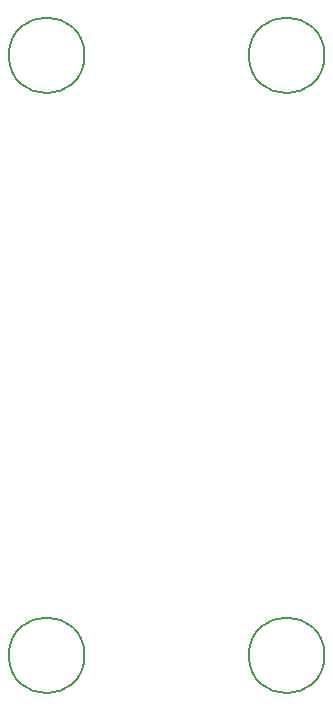
<source format=gbr>
G04 #@! TF.GenerationSoftware,KiCad,Pcbnew,6.0.9-8da3e8f707~116~ubuntu20.04.1*
G04 #@! TF.CreationDate,2023-04-19T17:37:20+00:00*
G04 #@! TF.ProjectId,LEC030001,4c454330-3330-4303-9031-2e6b69636164,rev?*
G04 #@! TF.SameCoordinates,Original*
G04 #@! TF.FileFunction,Other,Comment*
%FSLAX46Y46*%
G04 Gerber Fmt 4.6, Leading zero omitted, Abs format (unit mm)*
G04 Created by KiCad (PCBNEW 6.0.9-8da3e8f707~116~ubuntu20.04.1) date 2023-04-19 17:37:20*
%MOMM*%
%LPD*%
G01*
G04 APERTURE LIST*
%ADD10C,0.150000*%
G04 APERTURE END LIST*
D10*
G04 #@! TO.C,H3*
X206400000Y-101600000D02*
G75*
G03*
X206400000Y-101600000I-3200000J0D01*
G01*
G04 #@! TO.C,H4*
X206400000Y-50800000D02*
G75*
G03*
X206400000Y-50800000I-3200000J0D01*
G01*
G04 #@! TO.C,H2*
X186080000Y-50800000D02*
G75*
G03*
X186080000Y-50800000I-3200000J0D01*
G01*
G04 #@! TO.C,H1*
X186080000Y-101600000D02*
G75*
G03*
X186080000Y-101600000I-3200000J0D01*
G01*
G04 #@! TD*
M02*

</source>
